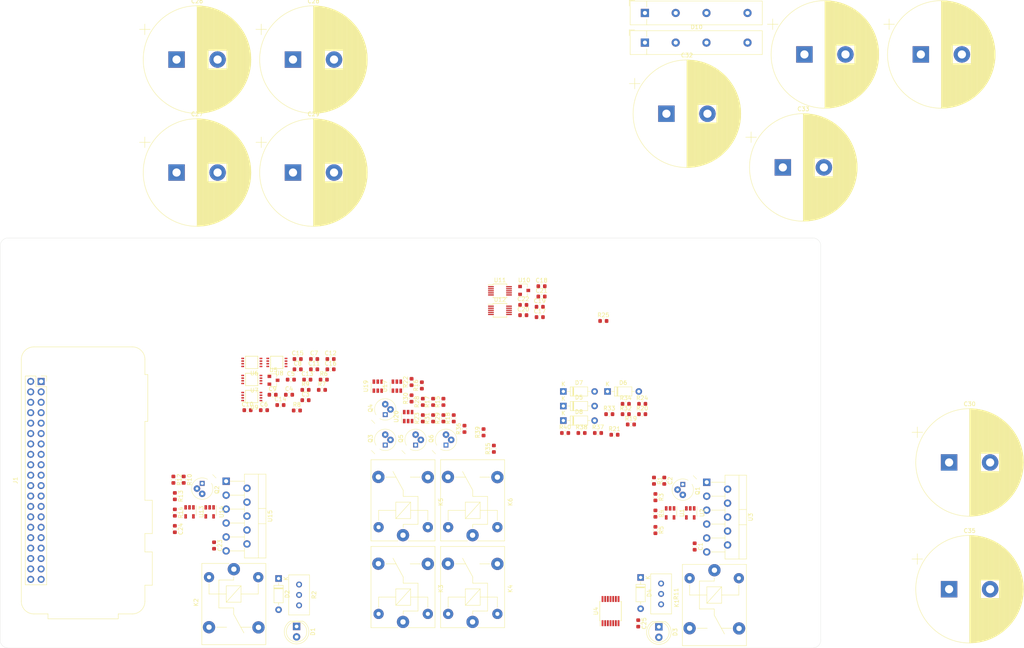
<source format=kicad_pcb>
(kicad_pcb (version 20171130) (host pcbnew "(5.1.5)-3")
  (layers (0 F.Cu signal) (31 B.Cu signal) (34 B.Paste user) (35 F.Paste user) (36 B.SilkS user) (37 F.SilkS user) (38 B.Mask user) (39 F.Mask user) (44 Edge.Cuts user))
  (net 0 "")
  (net 1 GND)
  (net 2 +5C)
  (net 3 "/Digital to Analog/~CLR_1")
  (net 4 "/Digital to Analog/~CLR_0")
  (net 5 +5V)
  (net 6 +4V)
  (net 7 "/Digital to Analog/~CLR_3")
  (net 8 "/Digital to Analog/~CLR_2")
  (net 9 "Net-(C18-Pad1)")
  (net 10 +1V8)
  (net 11 +3V3)
  (net 12 "Net-(D2-Pad2)")
  (net 13 "/Current Measurements/OUT_0+")
  (net 14 "Net-(D4-Pad2)")
  (net 15 "/Current Measurements/OUT_1+")
  (net 16 "Net-(D5-Pad2)")
  (net 17 "Net-(K3-Pad3)")
  (net 18 "Net-(D6-Pad2)")
  (net 19 "Net-(D7-Pad2)")
  (net 20 "Net-(K5-Pad3)")
  (net 21 "Net-(D8-Pad2)")
  (net 22 "Net-(Q1-Pad2)")
  (net 23 "Net-(Q2-Pad2)")
  (net 24 "Net-(Q3-Pad2)")
  (net 25 "Net-(Q4-Pad2)")
  (net 26 "Net-(Q5-Pad2)")
  (net 27 "Net-(Q6-Pad2)")
  (net 28 "Net-(R1-Pad2)")
  (net 29 "Net-(R10-Pad2)")
  (net 30 "Net-(R22-Pad1)")
  (net 31 "Net-(R23-Pad2)")
  (net 32 "Net-(R35-Pad1)")
  (net 33 "Net-(R36-Pad2)")
  (net 34 "Net-(R39-Pad2)")
  (net 35 "/Digital to Analog/DAC_OUT_1")
  (net 36 "/Digital to Analog/DAC_OUT_0")
  (net 37 "/Analog to Digital/MOSI")
  (net 38 "/Analog to Digital/SCK")
  (net 39 "/Digital to Analog/DAC_OUT_3")
  (net 40 "/Digital to Analog/DAC_OUT_2")
  (net 41 "/Analog to Digital/MISO")
  (net 42 "/Analog to Digital/AIN0+")
  (net 43 "/Analog to Digital/AIN1+")
  (net 44 -5V)
  (net 45 "Net-(R38-Pad1)")
  (net 46 "Net-(D1-Pad2)")
  (net 47 "Net-(D3-Pad2)")
  (net 48 "Net-(K2-Pad1)")
  (net 49 "Net-(K4-Pad4)")
  (net 50 "Net-(K4-Pad3)")
  (net 51 "Net-(K6-Pad4)")
  (net 52 "Net-(K6-Pad3)")
  (net 53 "Net-(R3-Pad1)")
  (net 54 "Net-(R12-Pad1)")
  (net 55 "Net-(R37-Pad1)")
  (net 56 "Net-(U3-Pad9)")
  (net 57 "Net-(U15-Pad9)")
  (net 58 +36V)
  (net 59 "Net-(C26-Pad1)")
  (net 60 "Net-(C31-Pad1)")
  (net 61 "Net-(C30-Pad1)")
  (module Capacitor_THT:CP_Radial_D26.0mm_P10.00mm_SnapIn (layer F.Cu) (at 256.25 110.66)
    (fp_text reference C35 (at 5 -14.25) (layer F.SilkS))
    (fp_text value 4700u)
    (pad 2 thru_hole circle (at 10 0) (size 4 4) (drill 2) (layers *.Cu *.Mask) (net 1 GND))
    (pad 1 thru_hole rect (at 0 0) (size 4 4) (drill 2) (layers *.Cu *.Mask))
  )
  (module Capacitor_THT:CP_Radial_D26.0mm_P10.00mm_SnapIn (layer F.Cu) (at 256.25 79.75)
    (fp_text reference C30 (at 5 -14.25) (layer F.SilkS))
    (fp_text value 4700u)
    (pad 2 thru_hole circle (at 10 0) (size 4 4) (drill 2) (layers *.Cu *.Mask) (net 1 GND))
    (pad 1 thru_hole rect (at 0 0) (size 4 4) (drill 2) (layers *.Cu *.Mask) (net 61 "Net-(C30-Pad1)"))
  )
  (module Diode_THT:Diode_Bridge_32.0x5.6x17.0mm_P10.0mm_P7.5mm (layer F.Cu) (at 182.130766 -22.635)
    (fp_text reference D10 (at 12.6 -3.8 180) (layer F.SilkS))
    (fp_text value D_Bridge_+-AA)
    (pad 1 thru_hole rect (at 0 0) (size 2 2) (drill 1) (layers *.Cu *.Mask) (net 60 "Net-(C31-Pad1)"))
    (pad 2 thru_hole circle (at 7.5 0) (size 2 2) (drill 1) (layers *.Cu *.Mask) (net 1 GND))
    (pad 3 thru_hole circle (at 15 0) (size 2 2) (drill 1) (layers *.Cu *.Mask))
    (pad 4 thru_hole circle (at 25 0) (size 2 2) (drill 1) (layers *.Cu *.Mask))
  )
  (module Diode_THT:Diode_Bridge_32.0x5.6x17.0mm_P10.0mm_P7.5mm (layer F.Cu) (at 182.130766 -29.865)
    (fp_text reference D9 (at 12.6 -3.8 180) (layer F.SilkS))
    (fp_text value D_Bridge_+-AA)
    (pad 1 thru_hole rect (at 0 0) (size 2 2) (drill 1) (layers *.Cu *.Mask) (net 59 "Net-(C26-Pad1)"))
    (pad 2 thru_hole circle (at 7.5 0) (size 2 2) (drill 1) (layers *.Cu *.Mask) (net 1 GND))
    (pad 3 thru_hole circle (at 15 0) (size 2 2) (drill 1) (layers *.Cu *.Mask))
    (pad 4 thru_hole circle (at 25 0) (size 2 2) (drill 1) (layers *.Cu *.Mask))
  )
  (module Capacitor_THT:CP_Radial_D26.0mm_P10.00mm_SnapIn (layer F.Cu) (at 249.37 -19.75)
    (fp_text reference C34 (at 5 -14.25) (layer F.SilkS))
    (fp_text value 4700u)
    (pad 2 thru_hole circle (at 10 0) (size 4 4) (drill 2) (layers *.Cu *.Mask) (net 1 GND))
    (pad 1 thru_hole rect (at 0 0) (size 4 4) (drill 2) (layers *.Cu *.Mask) (net 60 "Net-(C31-Pad1)"))
  )
  (module Capacitor_THT:CP_Radial_D26.0mm_P10.00mm_SnapIn (layer F.Cu) (at 215.74 7.8)
    (fp_text reference C33 (at 5 -14.25) (layer F.SilkS))
    (fp_text value 4700u)
    (pad 2 thru_hole circle (at 10 0) (size 4 4) (drill 2) (layers *.Cu *.Mask) (net 1 GND))
    (pad 1 thru_hole rect (at 0 0) (size 4 4) (drill 2) (layers *.Cu *.Mask) (net 60 "Net-(C31-Pad1)"))
  )
  (module Capacitor_THT:CP_Radial_D26.0mm_P10.00mm_SnapIn (layer F.Cu) (at 187.37 -5.29)
    (fp_text reference C32 (at 5 -14.25) (layer F.SilkS))
    (fp_text value 4700u)
    (pad 2 thru_hole circle (at 10 0) (size 4 4) (drill 2) (layers *.Cu *.Mask) (net 1 GND))
    (pad 1 thru_hole rect (at 0 0) (size 4 4) (drill 2) (layers *.Cu *.Mask) (net 60 "Net-(C31-Pad1)"))
  )
  (module Capacitor_THT:CP_Radial_D26.0mm_P10.00mm_SnapIn (layer F.Cu) (at 221 -19.75)
    (fp_text reference C31 (at 5 -14.25) (layer F.SilkS))
    (fp_text value 4700u)
    (pad 2 thru_hole circle (at 10 0) (size 4 4) (drill 2) (layers *.Cu *.Mask) (net 1 GND))
    (pad 1 thru_hole rect (at 0 0) (size 4 4) (drill 2) (layers *.Cu *.Mask) (net 60 "Net-(C31-Pad1)"))
  )
  (module Resistor_SMD:R_0603_1608Metric (layer F.Cu) (at 172 45.25)
    (fp_text reference R25 (at 0 -1.43) (layer F.SilkS))
    (fp_text value "1k 1%")
    (pad 2 smd roundrect (at 0.7875 0) (size 0.875 0.95) (layers F.Cu F.Paste F.Mask) (net 30 "Net-(R22-Pad1)"))
    (pad 1 smd roundrect (at -0.7875 0) (size 0.875 0.95) (layers F.Cu F.Paste F.Mask) (net 1 GND))
  )
  (module Capacitor_THT:CP_Radial_D26.0mm_P10.00mm_SnapIn (layer F.Cu) (at 96.37 9.05)
    (fp_text reference C29 (at 5 -14.25) (layer F.SilkS))
    (fp_text value 4700u)
    (pad 2 thru_hole circle (at 10 0) (size 4 4) (drill 2) (layers *.Cu *.Mask) (net 1 GND))
    (pad 1 thru_hole rect (at 0 0) (size 4 4) (drill 2) (layers *.Cu *.Mask) (net 59 "Net-(C26-Pad1)"))
  )
  (module Capacitor_THT:CP_Radial_D26.0mm_P10.00mm_SnapIn (layer F.Cu) (at 96.37 -18.5)
    (fp_text reference C28 (at 5 -14.25) (layer F.SilkS))
    (fp_text value 4700u)
    (pad 2 thru_hole circle (at 10 0) (size 4 4) (drill 2) (layers *.Cu *.Mask) (net 1 GND))
    (pad 1 thru_hole rect (at 0 0) (size 4 4) (drill 2) (layers *.Cu *.Mask) (net 59 "Net-(C26-Pad1)"))
  )
  (module Capacitor_THT:CP_Radial_D26.0mm_P10.00mm_SnapIn (layer F.Cu) (at 68 9.05)
    (fp_text reference C27 (at 5 -14.25) (layer F.SilkS))
    (fp_text value 4700u)
    (pad 2 thru_hole circle (at 10 0) (size 4 4) (drill 2) (layers *.Cu *.Mask) (net 1 GND))
    (pad 1 thru_hole rect (at 0 0) (size 4 4) (drill 2) (layers *.Cu *.Mask) (net 59 "Net-(C26-Pad1)"))
  )
  (module Capacitor_THT:CP_Radial_D26.0mm_P10.00mm_SnapIn (layer F.Cu) (at 68 -18.5)
    (fp_text reference C26 (at 5 -14.25) (layer F.SilkS))
    (fp_text value 4700u)
    (pad 2 thru_hole circle (at 10 0) (size 4 4) (drill 2) (layers *.Cu *.Mask) (net 1 GND))
    (pad 1 thru_hole rect (at 0 0) (size 4 4) (drill 2) (layers *.Cu *.Mask) (net 59 "Net-(C26-Pad1)"))
  )
  (module Package_SO:TSSOP-14_4.4x5mm_P0.65mm (layer F.Cu) (at 173.75 116 90)
    (fp_text reference U4 (at 0 -3.55 90) (layer F.SilkS))
    (fp_text value 74HCT04)
    (pad 14 smd rect (at 2.95 -1.95 90) (size 1.45 0.45) (layers F.Cu F.Paste F.Mask) (net 2 +5C))
    (pad 13 smd rect (at 2.95 -1.3 90) (size 1.45 0.45) (layers F.Cu F.Paste F.Mask))
    (pad 12 smd rect (at 2.95 -0.65 90) (size 1.45 0.45) (layers F.Cu F.Paste F.Mask))
    (pad 11 smd rect (at 2.95 0 90) (size 1.45 0.45) (layers F.Cu F.Paste F.Mask))
    (pad 10 smd rect (at 2.95 0.65 90) (size 1.45 0.45) (layers F.Cu F.Paste F.Mask))
    (pad 9 smd rect (at 2.95 1.3 90) (size 1.45 0.45) (layers F.Cu F.Paste F.Mask))
    (pad 8 smd rect (at 2.95 1.95 90) (size 1.45 0.45) (layers F.Cu F.Paste F.Mask))
    (pad 7 smd rect (at -2.95 1.95 90) (size 1.45 0.45) (layers F.Cu F.Paste F.Mask) (net 1 GND))
    (pad 6 smd rect (at -2.95 1.3 90) (size 1.45 0.45) (layers F.Cu F.Paste F.Mask))
    (pad 5 smd rect (at -2.95 0.65 90) (size 1.45 0.45) (layers F.Cu F.Paste F.Mask))
    (pad 4 smd rect (at -2.95 0 90) (size 1.45 0.45) (layers F.Cu F.Paste F.Mask) (net 54 "Net-(R12-Pad1)"))
    (pad 3 smd rect (at -2.95 -0.65 90) (size 1.45 0.45) (layers F.Cu F.Paste F.Mask) (net 57 "Net-(U15-Pad9)"))
    (pad 2 smd rect (at -2.95 -1.3 90) (size 1.45 0.45) (layers F.Cu F.Paste F.Mask) (net 53 "Net-(R3-Pad1)"))
    (pad 1 smd rect (at -2.95 -1.95 90) (size 1.45 0.45) (layers F.Cu F.Paste F.Mask) (net 56 "Net-(U3-Pad9)"))
  )
  (module Resistor_SMD:R_0603_1608Metric (layer F.Cu) (at 162.68 72.57)
    (fp_text reference R40 (at 0 -1.43) (layer F.SilkS))
    (fp_text value "3k 1%")
    (pad 2 smd roundrect (at 0.7875 0) (size 0.875 0.95) (layers F.Cu F.Paste F.Mask) (net 34 "Net-(R39-Pad2)"))
    (pad 1 smd roundrect (at -0.7875 0) (size 0.875 0.95) (layers F.Cu F.Paste F.Mask) (net 43 "/Analog to Digital/AIN1+"))
  )
  (module Resistor_SMD:R_0603_1608Metric (layer F.Cu) (at 166.69 72.57)
    (fp_text reference R38 (at 0 -1.43) (layer F.SilkS))
    (fp_text value "2k2 1%")
    (pad 2 smd roundrect (at 0.7875 0) (size 0.875 0.95) (layers F.Cu F.Paste F.Mask) (net 55 "Net-(R37-Pad1)"))
    (pad 1 smd roundrect (at -0.7875 0) (size 0.875 0.95) (layers F.Cu F.Paste F.Mask) (net 45 "Net-(R38-Pad1)"))
  )
  (module Resistor_SMD:R_0603_1608Metric (layer F.Cu) (at 170.7 72.57)
    (fp_text reference R37 (at 0 -1.43) (layer F.SilkS))
    (fp_text value "6k8 1%")
    (pad 2 smd roundrect (at 0.7875 0) (size 0.875 0.95) (layers F.Cu F.Paste F.Mask) (net 33 "Net-(R36-Pad2)"))
    (pad 1 smd roundrect (at -0.7875 0) (size 0.875 0.95) (layers F.Cu F.Paste F.Mask) (net 55 "Net-(R37-Pad1)"))
  )
  (module Resistor_SMD:R_0603_1608Metric (layer F.Cu) (at 177.46 65.47)
    (fp_text reference R34 (at 0 -1.43) (layer F.SilkS))
    (fp_text value "10k 1%")
    (pad 2 smd roundrect (at 0.7875 0) (size 0.875 0.95) (layers F.Cu F.Paste F.Mask) (net 52 "Net-(K6-Pad3)"))
    (pad 1 smd roundrect (at -0.7875 0) (size 0.875 0.95) (layers F.Cu F.Paste F.Mask) (net 1 GND))
  )
  (module Resistor_SMD:R_0603_1608Metric (layer F.Cu) (at 173.45 67.98)
    (fp_text reference R33 (at 0 -1.43) (layer F.SilkS))
    (fp_text value "5R 1%")
    (pad 2 smd roundrect (at 0.7875 0) (size 0.875 0.95) (layers F.Cu F.Paste F.Mask) (net 51 "Net-(K6-Pad4)"))
    (pad 1 smd roundrect (at -0.7875 0) (size 0.875 0.95) (layers F.Cu F.Paste F.Mask) (net 1 GND))
  )
  (module Resistor_SMD:R_0603_1608Metric (layer F.Cu) (at 177.46 67.98)
    (fp_text reference R32 (at 0 -1.43) (layer F.SilkS))
    (fp_text value "100m 1%")
    (pad 2 smd roundrect (at 0.7875 0) (size 0.875 0.95) (layers F.Cu F.Paste F.Mask) (net 20 "Net-(K5-Pad3)"))
    (pad 1 smd roundrect (at -0.7875 0) (size 0.875 0.95) (layers F.Cu F.Paste F.Mask) (net 1 GND))
  )
  (module Resistor_SMD:R_0603_1608Metric (layer F.Cu) (at 181.47 65.47)
    (fp_text reference R24 (at 0 -1.43) (layer F.SilkS))
    (fp_text value "33k 1%")
    (pad 2 smd roundrect (at 0.7875 0) (size 0.875 0.95) (layers F.Cu F.Paste F.Mask) (net 31 "Net-(R23-Pad2)"))
    (pad 1 smd roundrect (at -0.7875 0) (size 0.875 0.95) (layers F.Cu F.Paste F.Mask))
  )
  (module Resistor_SMD:R_0603_1608Metric (layer F.Cu) (at 174.71 73)
    (fp_text reference R21 (at 0 -1.43) (layer F.SilkS))
    (fp_text value "10k 1%")
    (pad 2 smd roundrect (at 0.7875 0) (size 0.875 0.95) (layers F.Cu F.Paste F.Mask) (net 50 "Net-(K4-Pad3)"))
    (pad 1 smd roundrect (at -0.7875 0) (size 0.875 0.95) (layers F.Cu F.Paste F.Mask) (net 1 GND))
  )
  (module Resistor_SMD:R_0603_1608Metric (layer F.Cu) (at 181.47 67.98)
    (fp_text reference R20 (at 0 -1.43) (layer F.SilkS))
    (fp_text value "5R 1%")
    (pad 2 smd roundrect (at 0.7875 0) (size 0.875 0.95) (layers F.Cu F.Paste F.Mask) (net 49 "Net-(K4-Pad4)"))
    (pad 1 smd roundrect (at -0.7875 0) (size 0.875 0.95) (layers F.Cu F.Paste F.Mask) (net 1 GND))
  )
  (module Resistor_SMD:R_0603_1608Metric (layer F.Cu) (at 178.72 70.49)
    (fp_text reference R19 (at 0 -1.43) (layer F.SilkS))
    (fp_text value "100m 1%")
    (pad 2 smd roundrect (at 0.7875 0) (size 0.875 0.95) (layers F.Cu F.Paste F.Mask) (net 17 "Net-(K3-Pad3)"))
    (pad 1 smd roundrect (at -0.7875 0) (size 0.875 0.95) (layers F.Cu F.Paste F.Mask) (net 1 GND))
  )
  (module Potentiometer_THT:Potentiometer_Bourns_3296W_Vertical (layer F.Cu) (at 186.08 114.35 270)
    (fp_text reference R11 (at -2.54 -3.66 90) (layer F.SilkS))
    (fp_text value "10k POT")
    (pad 3 thru_hole circle (at -5.08 0 270) (size 1.44 1.44) (drill 0.8) (layers *.Cu *.Mask))
    (pad 2 thru_hole circle (at -2.54 0 270) (size 1.44 1.44) (drill 0.8) (layers *.Cu *.Mask) (net 48 "Net-(K2-Pad1)"))
    (pad 1 thru_hole circle (at 0 0 270) (size 1.44 1.44) (drill 0.8) (layers *.Cu *.Mask) (net 29 "Net-(R10-Pad2)"))
  )
  (module Potentiometer_THT:Potentiometer_Bourns_3296W_Vertical (layer F.Cu) (at 97.86 114.6 270)
    (fp_text reference R2 (at -2.54 -3.66 90) (layer F.SilkS))
    (fp_text value "10k POT")
    (pad 3 thru_hole circle (at -5.08 0 270) (size 1.44 1.44) (drill 0.8) (layers *.Cu *.Mask))
    (pad 2 thru_hole circle (at -2.54 0 270) (size 1.44 1.44) (drill 0.8) (layers *.Cu *.Mask) (net 61 "Net-(C30-Pad1)"))
    (pad 1 thru_hole circle (at 0 0 270) (size 1.44 1.44) (drill 0.8) (layers *.Cu *.Mask) (net 28 "Net-(R1-Pad2)"))
  )
  (module Diode_THT:D_DO-35_SOD27_P7.62mm_Horizontal (layer F.Cu) (at 162.25 69.54)
    (fp_text reference D8 (at 3.81 -2.12) (layer F.SilkS))
    (fp_text value D_Zener)
    (fp_text user K (at 0 -1.8) (layer F.SilkS))
    (pad 2 thru_hole oval (at 7.62 0) (size 1.6 1.6) (drill 0.8) (layers *.Cu *.Mask) (net 21 "Net-(D8-Pad2)"))
    (pad 1 thru_hole rect (at 0 0) (size 1.6 1.6) (drill 0.8) (layers *.Cu *.Mask) (net 5 +5V))
  )
  (module Diode_THT:D_DO-35_SOD27_P7.62mm_Horizontal (layer F.Cu) (at 162.25 62.44)
    (fp_text reference D7 (at 3.81 -2.12) (layer F.SilkS))
    (fp_text value D_Zener)
    (fp_text user K (at 0 -1.8) (layer F.SilkS))
    (pad 2 thru_hole oval (at 7.62 0) (size 1.6 1.6) (drill 0.8) (layers *.Cu *.Mask) (net 19 "Net-(D7-Pad2)"))
    (pad 1 thru_hole rect (at 0 0) (size 1.6 1.6) (drill 0.8) (layers *.Cu *.Mask) (net 5 +5V))
  )
  (module Diode_THT:D_DO-35_SOD27_P7.62mm_Horizontal (layer F.Cu) (at 173.02 62.44)
    (fp_text reference D6 (at 3.81 -2.12) (layer F.SilkS))
    (fp_text value D_Zener)
    (fp_text user K (at 0 -1.8) (layer F.SilkS))
    (pad 2 thru_hole oval (at 7.62 0) (size 1.6 1.6) (drill 0.8) (layers *.Cu *.Mask) (net 18 "Net-(D6-Pad2)"))
    (pad 1 thru_hole rect (at 0 0) (size 1.6 1.6) (drill 0.8) (layers *.Cu *.Mask) (net 5 +5V))
  )
  (module Diode_THT:D_DO-35_SOD27_P7.62mm_Horizontal (layer F.Cu) (at 162.25 65.99)
    (fp_text reference D5 (at 3.81 -2.12) (layer F.SilkS))
    (fp_text value D_Zener)
    (fp_text user K (at 0 -1.8) (layer F.SilkS))
    (pad 2 thru_hole oval (at 7.62 0) (size 1.6 1.6) (drill 0.8) (layers *.Cu *.Mask) (net 16 "Net-(D5-Pad2)"))
    (pad 1 thru_hole rect (at 0 0) (size 1.6 1.6) (drill 0.8) (layers *.Cu *.Mask) (net 5 +5V))
  )
  (module Diode_THT:D_DO-35_SOD27_P7.62mm_Horizontal (layer F.Cu) (at 181.08 107.8 270)
    (fp_text reference D4 (at 3.81 -2.12 90) (layer F.SilkS))
    (fp_text value D_Zener)
    (fp_text user K (at 0 -1.8 90) (layer F.SilkS))
    (pad 2 thru_hole oval (at 7.62 0 270) (size 1.6 1.6) (drill 0.8) (layers *.Cu *.Mask) (net 14 "Net-(D4-Pad2)"))
    (pad 1 thru_hole rect (at 0 0 270) (size 1.6 1.6) (drill 0.8) (layers *.Cu *.Mask) (net 5 +5V))
  )
  (module LED_THT:LED_D5.0mm (layer F.Cu) (at 185.53 119.85 270)
    (fp_text reference D3 (at 1.27 -3.96 90) (layer F.SilkS))
    (fp_text value TEMP_LED)
    (pad 2 thru_hole circle (at 2.54 0 270) (size 1.8 1.8) (drill 0.9) (layers *.Cu *.Mask) (net 47 "Net-(D3-Pad2)"))
    (pad 1 thru_hole rect (at 0 0 270) (size 1.8 1.8) (drill 0.9) (layers *.Cu *.Mask) (net 1 GND))
  )
  (module Diode_THT:D_DO-35_SOD27_P7.62mm_Horizontal (layer F.Cu) (at 92.86 108.05 270)
    (fp_text reference D2 (at 3.81 -2.12 90) (layer F.SilkS))
    (fp_text value D_Zener)
    (fp_text user K (at 0 -1.8 90) (layer F.SilkS))
    (pad 2 thru_hole oval (at 7.62 0 270) (size 1.6 1.6) (drill 0.8) (layers *.Cu *.Mask) (net 12 "Net-(D2-Pad2)"))
    (pad 1 thru_hole rect (at 0 0 270) (size 1.6 1.6) (drill 0.8) (layers *.Cu *.Mask) (net 5 +5V))
  )
  (module LED_THT:LED_D5.0mm (layer F.Cu) (at 97.25 119.75 270)
    (fp_text reference D1 (at 1.27 -3.96 90) (layer F.SilkS))
    (fp_text value TEMP_LED)
    (pad 2 thru_hole circle (at 2.54 0 270) (size 1.8 1.8) (drill 0.9) (layers *.Cu *.Mask) (net 46 "Net-(D1-Pad2)"))
    (pad 1 thru_hole rect (at 0 0 270) (size 1.8 1.8) (drill 0.9) (layers *.Cu *.Mask) (net 1 GND))
  )
  (module Capacitor_SMD:C_0603_1608Metric (layer F.Cu) (at 180.5 119 270)
    (fp_text reference C25 (at 0 -1.43 90) (layer F.SilkS))
    (fp_text value 100n)
    (pad 2 smd roundrect (at 0.7875 0 270) (size 0.875 0.95) (layers F.Cu F.Paste F.Mask) (net 1 GND))
    (pad 1 smd roundrect (at -0.7875 0 270) (size 0.875 0.95) (layers F.Cu F.Paste F.Mask) (net 2 +5C))
  )
  (module Module:Raspberry_Pi_Zero_Socketed_THT_FaceDown_MountingHoles (layer F.Cu) (at 35 60)
    (fp_text reference J1 (at -6.27 24.13 90) (layer F.SilkS))
    (fp_text value Raspberry_Pi_2_3)
    (pad "" np_thru_hole circle (at -1.27 53.13 90) (size 2.75 2.75) (drill 2.75) (layers *.Cu *.Mask))
    (pad "" np_thru_hole circle (at 21.73 -4.87 90) (size 2.75 2.75) (drill 2.75) (layers *.Cu *.Mask))
    (pad "" np_thru_hole circle (at 21.73 53.13 90) (size 2.75 2.75) (drill 2.75) (layers *.Cu *.Mask))
    (pad "" np_thru_hole circle (at -1.27 -4.87 90) (size 2.75 2.75) (drill 2.75) (layers *.Cu *.Mask))
    (pad 40 thru_hole oval (at -2.54 48.26) (size 1.7 1.7) (drill 1) (layers *.Cu *.Mask))
    (pad 39 thru_hole oval (at 0 48.26) (size 1.7 1.7) (drill 1) (layers *.Cu *.Mask) (net 1 GND))
    (pad 26 thru_hole oval (at -2.54 30.48) (size 1.7 1.7) (drill 1) (layers *.Cu *.Mask))
    (pad 25 thru_hole oval (at 0 30.48) (size 1.7 1.7) (drill 1) (layers *.Cu *.Mask) (net 1 GND))
    (pad 22 thru_hole oval (at -2.54 25.4) (size 1.7 1.7) (drill 1) (layers *.Cu *.Mask))
    (pad 21 thru_hole oval (at 0 25.4) (size 1.7 1.7) (drill 1) (layers *.Cu *.Mask))
    (pad 30 thru_hole oval (at -2.54 35.56) (size 1.7 1.7) (drill 1) (layers *.Cu *.Mask) (net 1 GND))
    (pad 29 thru_hole oval (at 0 35.56) (size 1.7 1.7) (drill 1) (layers *.Cu *.Mask))
    (pad 8 thru_hole oval (at -2.54 7.62) (size 1.7 1.7) (drill 1) (layers *.Cu *.Mask))
    (pad 7 thru_hole oval (at 0 7.62) (size 1.7 1.7) (drill 1) (layers *.Cu *.Mask))
    (pad 32 thru_hole oval (at -2.54 38.1) (size 1.7 1.7) (drill 1) (layers *.Cu *.Mask))
    (pad 31 thru_hole oval (at 0 38.1) (size 1.7 1.7) (drill 1) (layers *.Cu *.Mask))
    (pad 18 thru_hole oval (at -2.54 20.32) (size 1.7 1.7) (drill 1) (layers *.Cu *.Mask))
    (pad 17 thru_hole oval (at 0 20.32) (size 1.7 1.7) (drill 1) (layers *.Cu *.Mask))
    (pad 36 thru_hole oval (at -2.54 43.18) (size 1.7 1.7) (drill 1) (layers *.Cu *.Mask))
    (pad 35 thru_hole oval (at 0 43.18) (size 1.7 1.7) (drill 1) (layers *.Cu *.Mask))
    (pad 34 thru_hole oval (at -2.54 40.64) (size 1.7 1.7) (drill 1) (layers *.Cu *.Mask) (net 1 GND))
    (pad 33 thru_hole oval (at 0 40.64) (size 1.7 1.7) (drill 1) (layers *.Cu *.Mask))
    (pad 38 thru_hole oval (at -2.54 45.72) (size 1.7 1.7) (drill 1) (layers *.Cu *.Mask))
    (pad 37 thru_hole oval (at 0 45.72) (size 1.7 1.7) (drill 1) (layers *.Cu *.Mask))
    (pad 20 thru_hole oval (at -2.54 22.86) (size 1.7 1.7) (drill 1) (layers *.Cu *.Mask) (net 1 GND))
    (pad 19 thru_hole oval (at 0 22.86) (size 1.7 1.7) (drill 1) (layers *.Cu *.Mask))
    (pad 10 thru_hole oval (at -2.54 10.16) (size 1.7 1.7) (drill 1) (layers *.Cu *.Mask))
    (pad 9 thru_hole oval (at 0 10.16) (size 1.7 1.7) (drill 1) (layers *.Cu *.Mask) (net 1 GND))
    (pad 14 thru_hole oval (at -2.54 15.24) (size 1.7 1.7) (drill 1) (layers *.Cu *.Mask) (net 1 GND))
    (pad 13 thru_hole oval (at 0 15.24) (size 1.7 1.7) (drill 1) (layers *.Cu *.Mask))
    (pad 28 thru_hole oval (at -2.54 33.02) (size 1.7 1.7) (drill 1) (layers *.Cu *.Mask))
    (pad 27 thru_hole oval (at 0 33.02) (size 1.7 1.7) (drill 1) (layers *.Cu *.Mask))
    (pad 12 thru_hole oval (at -2.54 12.7) (size 1.7 1.7) (drill 1) (layers *.Cu *.Mask))
    (pad 11 thru_hole oval (at 0 12.7) (size 1.7 1.7) (drill 1) (layers *.Cu *.Mask))
    (pad 24 thru_hole oval (at -2.54 27.94) (size 1.7 1.7) (drill 1) (layers *.Cu *.Mask))
    (pad 23 thru_hole oval (at 0 27.94) (size 1.7 1.7) (drill 1) (layers *.Cu *.Mask))
    (pad 1 thru_hole rect (at 0 0) (size 1.7 1.7) (drill 1) (layers *.Cu *.Mask))
    (pad 2 thru_hole oval (at -2.54 0) (size 1.7 1.7) (drill 1) (layers *.Cu *.Mask))
    (pad 5 thru_hole oval (at 0 5.08) (size 1.7 1.7) (drill 1) (layers *.Cu *.Mask))
    (pad 4 thru_hole oval (at -2.54 2.54) (size 1.7 1.7) (drill 1) (layers *.Cu *.Mask))
    (pad 16 thru_hole oval (at -2.54 17.78) (size 1.7 1.7) (drill 1) (layers *.Cu *.Mask))
    (pad 15 thru_hole oval (at 0 17.78) (size 1.7 1.7) (drill 1) (layers *.Cu *.Mask))
    (pad 3 thru_hole oval (at 0 2.54) (size 1.7 1.7) (drill 1) (layers *.Cu *.Mask))
    (pad 6 thru_hole oval (at -2.54 5.08) (size 1.7 1.7) (drill 1) (layers *.Cu *.Mask) (net 1 GND))
  )
  (module Package_TO_SOT_SMD:SOT-23-6 (layer F.Cu) (at 124.43 68.57 90)
    (fp_text reference U20 (at 0 -2.9 90) (layer F.SilkS))
    (fp_text value MAX4239AUT)
    (pad 5 smd rect (at 1.1 0 90) (size 1.06 0.65) (layers F.Cu F.Paste F.Mask))
    (pad 6 smd rect (at 1.1 -0.95 90) (size 1.06 0.65) (layers F.Cu F.Paste F.Mask) (net 2 +5C))
    (pad 4 smd rect (at 1.1 0.95 90) (size 1.06 0.65) (layers F.Cu F.Paste F.Mask) (net 34 "Net-(R39-Pad2)"))
    (pad 3 smd rect (at -1.1 0.95 90) (size 1.06 0.65) (layers F.Cu F.Paste F.Mask) (net 45 "Net-(R38-Pad1)"))
    (pad 2 smd rect (at -1.1 0 90) (size 1.06 0.65) (layers F.Cu F.Paste F.Mask) (net 44 -5V))
    (pad 1 smd rect (at -1.1 -0.95 90) (size 1.06 0.65) (layers F.Cu F.Paste F.Mask) (net 43 "/Analog to Digital/AIN1+"))
  )
  (module Package_TO_SOT_SMD:SOT-23-6 (layer F.Cu) (at 117.03 61.15 90)
    (fp_text reference U19 (at 0 -2.9 90) (layer F.SilkS))
    (fp_text value MAX4239AUT)
    (pad 5 smd rect (at 1.1 0 90) (size 1.06 0.65) (layers F.Cu F.Paste F.Mask))
    (pad 6 smd rect (at 1.1 -0.95 90) (size 1.06 0.65) (layers F.Cu F.Paste F.Mask) (net 2 +5C))
    (pad 4 smd rect (at 1.1 0.95 90) (size 1.06 0.65) (layers F.Cu F.Paste F.Mask) (net 33 "Net-(R36-Pad2)"))
    (pad 3 smd rect (at -1.1 0.95 90) (size 1.06 0.65) (layers F.Cu F.Paste F.Mask) (net 32 "Net-(R35-Pad1)"))
    (pad 2 smd rect (at -1.1 0 90) (size 1.06 0.65) (layers F.Cu F.Paste F.Mask) (net 44 -5V))
    (pad 1 smd rect (at -1.1 -0.95 90) (size 1.06 0.65) (layers F.Cu F.Paste F.Mask) (net 45 "Net-(R38-Pad1)"))
  )
  (module Package_TO_SOT_SMD:SOT-23-6 (layer F.Cu) (at 121.68 61.15 90)
    (fp_text reference U17 (at 0 -2.9 90) (layer F.SilkS))
    (fp_text value MAX4239AUT)
    (pad 5 smd rect (at 1.1 0 90) (size 1.06 0.65) (layers F.Cu F.Paste F.Mask))
    (pad 6 smd rect (at 1.1 -0.95 90) (size 1.06 0.65) (layers F.Cu F.Paste F.Mask) (net 2 +5C))
    (pad 4 smd rect (at 1.1 0.95 90) (size 1.06 0.65) (layers F.Cu F.Paste F.Mask) (net 31 "Net-(R23-Pad2)"))
    (pad 3 smd rect (at -1.1 0.95 90) (size 1.06 0.65) (layers F.Cu F.Paste F.Mask) (net 30 "Net-(R22-Pad1)"))
    (pad 2 smd rect (at -1.1 0 90) (size 1.06 0.65) (layers F.Cu F.Paste F.Mask) (net 1 GND))
    (pad 1 smd rect (at -1.1 -0.95 90) (size 1.06 0.65) (layers F.Cu F.Paste F.Mask) (net 42 "/Analog to Digital/AIN0+"))
  )
  (module Package_TO_SOT_THT:TO-220-11_P3.4x5.08mm_StaggerOdd_Lead4.85mm_Vertical (layer F.Cu) (at 80.08 84.33 270)
    (fp_text reference U15 (at 8.5 -10.7 90) (layer F.SilkS))
    (fp_text value OPA549)
    (pad 11 thru_hole oval (at 17 0 270) (size 1.8 1.8) (drill 1) (layers *.Cu *.Mask) (net 58 +36V))
    (pad 10 thru_hole oval (at 15.3 -5.08 270) (size 1.8 1.8) (drill 1) (layers *.Cu *.Mask) (net 58 +36V))
    (pad 9 thru_hole oval (at 13.6 0 270) (size 1.8 1.8) (drill 1) (layers *.Cu *.Mask) (net 57 "Net-(U15-Pad9)"))
    (pad 8 thru_hole oval (at 11.9 -5.08 270) (size 1.8 1.8) (drill 1) (layers *.Cu *.Mask) (net 40 "/Digital to Analog/DAC_OUT_2"))
    (pad 7 thru_hole oval (at 10.2 0 270) (size 1.8 1.8) (drill 1) (layers *.Cu *.Mask) (net 1 GND))
    (pad 6 thru_hole oval (at 8.5 -5.08 270) (size 1.8 1.8) (drill 1) (layers *.Cu *.Mask) (net 1 GND))
    (pad 5 thru_hole oval (at 6.8 0 270) (size 1.8 1.8) (drill 1) (layers *.Cu *.Mask) (net 1 GND))
    (pad 4 thru_hole oval (at 5.1 -5.08 270) (size 1.8 1.8) (drill 1) (layers *.Cu *.Mask) (net 39 "/Digital to Analog/DAC_OUT_3"))
    (pad 3 thru_hole oval (at 3.4 0 270) (size 1.8 1.8) (drill 1) (layers *.Cu *.Mask) (net 29 "Net-(R10-Pad2)"))
    (pad 2 thru_hole oval (at 1.7 -5.08 270) (size 1.8 1.8) (drill 1) (layers *.Cu *.Mask) (net 48 "Net-(K2-Pad1)"))
    (pad 1 thru_hole rect (at 0 0 270) (size 1.8 1.8) (drill 1) (layers *.Cu *.Mask) (net 48 "Net-(K2-Pad1)"))
  )
  (module Package_TO_SOT_SMD:SOT-23-5 (layer F.Cu) (at 76.07 91.8 270)
    (fp_text reference U14 (at 0 -2.9 90) (layer F.SilkS))
    (fp_text value LMV321)
    (pad 5 smd rect (at 1.1 -0.95 270) (size 1.06 0.65) (layers F.Cu F.Paste F.Mask) (net 2 +5C))
    (pad 4 smd rect (at 1.1 0.95 270) (size 1.06 0.65) (layers F.Cu F.Paste F.Mask) (net 40 "/Digital to Analog/DAC_OUT_2"))
    (pad 3 smd rect (at -1.1 0.95 270) (size 1.06 0.65) (layers F.Cu F.Paste F.Mask) (net 40 "/Digital to Analog/DAC_OUT_2"))
    (pad 2 smd rect (at -1.1 0 270) (size 1.06 0.65) (layers F.Cu F.Paste F.Mask) (net 1 GND))
    (pad 1 smd rect (at -1.1 -0.95 270) (size 1.06 0.65) (layers F.Cu F.Paste F.Mask) (net 1 GND))
  )
  (module Package_TO_SOT_SMD:SOT-23-5 (layer F.Cu) (at 71.16 91.8 270)
    (fp_text reference U13 (at 0 -2.9 90) (layer F.SilkS))
    (fp_text value LMV321)
    (pad 5 smd rect (at 1.1 -0.95 270) (size 1.06 0.65) (layers F.Cu F.Paste F.Mask) (net 2 +5C))
    (pad 4 smd rect (at 1.1 0.95 270) (size 1.06 0.65) (layers F.Cu F.Paste F.Mask) (net 39 "/Digital to Analog/DAC_OUT_3"))
    (pad 3 smd rect (at -1.1 0.95 270) (size 1.06 0.65) (layers F.Cu F.Paste F.Mask) (net 39 "/Digital to Analog/DAC_OUT_3"))
    (pad 2 smd rect (at -1.1 0 270) (size 1.06 0.65) (layers F.Cu F.Paste F.Mask) (net 1 GND))
    (pad 1 smd rect (at -1.1 -0.95 270) (size 1.06 0.65) (layers F.Cu F.Paste F.Mask) (net 1 GND))
  )
  (module Package_SO:MSOP-10_3x3mm_P0.5mm (layer F.Cu) (at 146.81 42.65)
    (fp_text reference U12 (at 0 -2.6) (layer F.SilkS))
    (fp_text value MCP3301)
    (pad 10 smd rect (at 2.2 -1) (size 1.4 0.3) (layers F.Cu F.Paste F.Mask) (net 11 +3V3))
    (pad 9 smd rect (at 2.2 -0.5) (size 1.4 0.3) (layers F.Cu F.Paste F.Mask) (net 37 "/Analog to Digital/MOSI"))
    (pad 8 smd rect (at 2.2 0) (size 1.4 0.3) (layers F.Cu F.Paste F.Mask) (net 38 "/Analog to Digital/SCK"))
    (pad 7 smd rect (at 2.2 0.5) (size 1.4 0.3) (layers F.Cu F.Paste F.Mask) (net 41 "/Analog to Digital/MISO"))
    (pad 6 smd rect (at 2.2 1) (size 1.4 0.3) (layers F.Cu F.Paste F.Mask))
    (pad 5 smd rect (at -2.2 1) (size 1.4 0.3) (layers F.Cu F.Paste F.Mask) (net 1 GND))
    (pad 4 smd rect (at -2.2 0.5) (size 1.4 0.3) (layers F.Cu F.Paste F.Mask) (net 1 GND))
    (pad 3 smd rect (at -2.2 0) (size 1.4 0.3) (layers F.Cu F.Paste F.Mask) (net 43 "/Analog to Digital/AIN1+"))
    (pad 2 smd rect (at -2.2 -0.5) (size 1.4 0.3) (layers F.Cu F.Paste F.Mask) (net 10 +1V8))
    (pad 1 smd rect (at -2.2 -1) (size 1.4 0.3) (layers F.Cu F.Paste F.Mask) (net 9 "Net-(C18-Pad1)"))
  )
  (module Package_SO:MSOP-10_3x3mm_P0.5mm (layer F.Cu) (at 146.81 37.9)
    (fp_text reference U11 (at 0 -2.6) (layer F.SilkS))
    (fp_text value MCP3301)
    (pad 10 smd rect (at 2.2 -1) (size 1.4 0.3) (layers F.Cu F.Paste F.Mask) (net 11 +3V3))
    (pad 9 smd rect (at 2.2 -0.5) (size 1.4 0.3) (layers F.Cu F.Paste F.Mask) (net 37 "/Analog to Digital/MOSI"))
    (pad 8 smd rect (at 2.2 0) (size 1.4 0.3) (layers F.Cu F.Paste F.Mask) (net 38 "/Analog to Digital/SCK"))
    (pad 7 smd rect (at 2.2 0.5) (size 1.4 0.3) (layers F.Cu F.Paste F.Mask) (net 41 "/Analog to Digital/MISO"))
    (pad 6 smd rect (at 2.2 1) (size 1.4 0.3) (layers F.Cu F.Paste F.Mask))
    (pad 5 smd rect (at -2.2 1) (size 1.4 0.3) (layers F.Cu F.Paste F.Mask) (net 1 GND))
    (pad 4 smd rect (at -2.2 0.5) (size 1.4 0.3) (layers F.Cu F.Paste F.Mask) (net 1 GND))
    (pad 3 smd rect (at -2.2 0) (size 1.4 0.3) (layers F.Cu F.Paste F.Mask) (net 42 "/Analog to Digital/AIN0+"))
    (pad 2 smd rect (at -2.2 -0.5) (size 1.4 0.3) (layers F.Cu F.Paste F.Mask) (net 10 +1V8))
    (pad 1 smd rect (at -2.2 -1) (size 1.4 0.3) (layers F.Cu F.Paste F.Mask) (net 9 "Net-(C18-Pad1)"))
  )
  (module Package_TO_SOT_SMD:SOT-23 (layer F.Cu) (at 152.71 37.8)
    (fp_text reference U10 (at 0 -2.5) (layer F.SilkS))
    (fp_text value MCP1525-TT)
    (pad 3 smd rect (at 1 0) (size 0.9 0.8) (layers F.Cu F.Paste F.Mask) (net 1 GND))
    (pad 2 smd rect (at -1 0.95) (size 0.9 0.8) (layers F.Cu F.Paste F.Mask) (net 9 "Net-(C18-Pad1)"))
    (pad 1 smd rect (at -1 -0.95) (size 0.9 0.8) (layers F.Cu F.Paste F.Mask) (net 5 +5V))
  )
  (module athir:uMAX8 (layer F.Cu) (at 86.334999 63.67)
    (fp_text reference U9 (at 0.61 2.63) (layer F.SilkS))
    (fp_text value MAX5216)
    (pad 1 smd rect (at -2.22 -0.97) (size 0.66 0.36) (layers F.Cu F.Paste F.Mask) (net 6 +4V))
    (pad 2 smd rect (at -2.22 -0.32) (size 0.66 0.36) (layers F.Cu F.Paste F.Mask))
    (pad 4 smd rect (at -2.22 0.98) (size 0.66 0.36) (layers F.Cu F.Paste F.Mask) (net 37 "/Analog to Digital/MOSI"))
    (pad 3 smd rect (at -2.22 0.325) (size 0.66 0.36) (layers F.Cu F.Paste F.Mask) (net 38 "/Analog to Digital/SCK"))
    (pad 6 smd rect (at 2.23 0.335) (size 0.66 0.36) (layers F.Cu F.Paste F.Mask) (net 40 "/Digital to Analog/DAC_OUT_2"))
    (pad 5 smd rect (at 2.23 0.99) (size 0.66 0.36) (layers F.Cu F.Paste F.Mask) (net 8 "/Digital to Analog/~CLR_2"))
    (pad 7 smd rect (at 2.23 -0.31) (size 0.66 0.36) (layers F.Cu F.Paste F.Mask) (net 2 +5C))
    (pad 8 smd rect (at 2.23 -0.96) (size 0.66 0.36) (layers F.Cu F.Paste F.Mask) (net 1 GND))
  )
  (module athir:uMAX8 (layer F.Cu) (at 92.444999 55.35)
    (fp_text reference U8 (at 0.61 2.63) (layer F.SilkS))
    (fp_text value MAX5216)
    (pad 1 smd rect (at -2.22 -0.97) (size 0.66 0.36) (layers F.Cu F.Paste F.Mask) (net 6 +4V))
    (pad 2 smd rect (at -2.22 -0.32) (size 0.66 0.36) (layers F.Cu F.Paste F.Mask))
    (pad 4 smd rect (at -2.22 0.98) (size 0.66 0.36) (layers F.Cu F.Paste F.Mask) (net 37 "/Analog to Digital/MOSI"))
    (pad 3 smd rect (at -2.22 0.325) (size 0.66 0.36) (layers F.Cu F.Paste F.Mask) (net 38 "/Analog to Digital/SCK"))
    (pad 6 smd rect (at 2.23 0.335) (size 0.66 0.36) (layers F.Cu F.Paste F.Mask) (net 39 "/Digital to Analog/DAC_OUT_3"))
    (pad 5 smd rect (at 2.23 0.99) (size 0.66 0.36) (layers F.Cu F.Paste F.Mask) (net 7 "/Digital to Analog/~CLR_3"))
    (pad 7 smd rect (at 2.23 -0.31) (size 0.66 0.36) (layers F.Cu F.Paste F.Mask) (net 2 +5C))
    (pad 8 smd rect (at 2.23 -0.96) (size 0.66 0.36) (layers F.Cu F.Paste F.Mask) (net 1 GND))
  )
  (module athir:uMAX8 (layer F.Cu) (at 86.334999 59.51)
    (fp_text reference U7 (at 0.61 2.63) (layer F.SilkS))
    (fp_text value MAX5216)
    (pad 1 smd rect (at -2.22 -0.97) (size 0.66 0.36) (layers F.Cu F.Paste F.Mask) (net 6 +4V))
    (pad 2 smd rect (at -2.22 -0.32) (size 0.66 0.36) (layers F.Cu F.Paste F.Mask))
    (pad 4 smd rect (at -2.22 0.98) (size 0.66 0.36) (layers F.Cu F.Paste F.Mask) (net 37 "/Analog to Digital/MOSI"))
    (pad 3 smd rect (at -2.22 0.325) (size 0.66 0.36) (layers F.Cu F.Paste F.Mask) (net 38 "/Analog to Digital/SCK"))
    (pad 6 smd rect (at 2.23 0.335) (size 0.66 0.36) (layers F.Cu F.Paste F.Mask) (net 36 "/Digital to Analog/DAC_OUT_0"))
    (pad 5 smd rect (at 2.23 0.99) (size 0.66 0.36) (layers F.Cu F.Paste F.Mask) (net 4 "/Digital to Analog/~CLR_0"))
    (pad 7 smd rect (at 2.23 -0.31) (size 0.66 0.36) (layers F.Cu F.Paste F.Mask) (net 2 +5C))
    (pad 8 smd rect (at 2.23 -0.96) (size 0.66 0.36) (layers F.Cu F.Paste F.Mask) (net 1 GND))
  )
  (module athir:uMAX8 (layer F.Cu) (at 86.334999 55.35)
    (fp_text reference U6 (at 0.61 2.63) (layer F.SilkS))
    (fp_text value MAX5216)
    (pad 1 smd rect (at -2.22 -0.97) (size 0.66 0.36) (layers F.Cu F.Paste F.Mask) (net 6 +4V))
    (pad 2 smd rect (at -2.22 -0.32) (size 0.66 0.36) (layers F.Cu F.Paste F.Mask))
    (pad 4 smd rect (at -2.22 0.98) (size 0.66 0.36) (layers F.Cu F.Paste F.Mask) (net 37 "/Analog to Digital/MOSI"))
    (pad 3 smd rect (at -2.22 0.325) (size 0.66 0.36) (layers F.Cu F.Paste F.Mask) (net 38 "/Analog to Digital/SCK"))
    (pad 6 smd rect (at 2.23 0.335) (size 0.66 0.36) (layers F.Cu F.Paste F.Mask) (net 35 "/Digital to Analog/DAC_OUT_1"))
    (pad 5 smd rect (at 2.23 0.99) (size 0.66 0.36) (layers F.Cu F.Paste F.Mask) (net 3 "/Digital to Analog/~CLR_1"))
    (pad 7 smd rect (at 2.23 -0.31) (size 0.66 0.36) (layers F.Cu F.Paste F.Mask) (net 2 +5C))
    (pad 8 smd rect (at 2.23 -0.96) (size 0.66 0.36) (layers F.Cu F.Paste F.Mask) (net 1 GND))
  )
  (module Package_TO_SOT_SMD:SOT-23 (layer F.Cu) (at 91.62 59.71)
    (fp_text reference U5 (at 0 -2.5) (layer F.SilkS))
    (fp_text value MCP1525-TT)
    (pad 3 smd rect (at 1 0) (size 0.9 0.8) (layers F.Cu F.Paste F.Mask) (net 1 GND))
    (pad 2 smd rect (at -1 0.95) (size 0.9 0.8) (layers F.Cu F.Paste F.Mask) (net 6 +4V))
    (pad 1 smd rect (at -1 -0.95) (size 0.9 0.8) (layers F.Cu F.Paste F.Mask) (net 5 +5V))
  )
  (module Package_TO_SOT_THT:TO-220-11_P3.4x5.08mm_StaggerOdd_Lead4.85mm_Vertical (layer F.Cu) (at 197.19 84.58 270)
    (fp_text reference U3 (at 8.5 -10.7 90) (layer F.SilkS))
    (fp_text value OPA549)
    (pad 11 thru_hole oval (at 17 0 270) (size 1.8 1.8) (drill 1) (layers *.Cu *.Mask) (net 58 +36V))
    (pad 10 thru_hole oval (at 15.3 -5.08 270) (size 1.8 1.8) (drill 1) (layers *.Cu *.Mask) (net 58 +36V))
    (pad 9 thru_hole oval (at 13.6 0 270) (size 1.8 1.8) (drill 1) (layers *.Cu *.Mask) (net 56 "Net-(U3-Pad9)"))
    (pad 8 thru_hole oval (at 11.9 -5.08 270) (size 1.8 1.8) (drill 1) (layers *.Cu *.Mask) (net 36 "/Digital to Analog/DAC_OUT_0"))
    (pad 7 thru_hole oval (at 10.2 0 270) (size 1.8 1.8) (drill 1) (layers *.Cu *.Mask) (net 1 GND))
    (pad 6 thru_hole oval (at 8.5 -5.08 270) (size 1.8 1.8) (drill 1) (layers *.Cu *.Mask) (net 1 GND))
    (pad 5 thru_hole oval (at 6.8 0 270) (size 1.8 1.8) (drill 1) (layers *.Cu *.Mask) (net 1 GND))
    (pad 4 thru_hole oval (at 5.1 -5.08 270) (size 1.8 1.8) (drill 1) (layers *.Cu *.Mask) (net 35 "/Digital to Analog/DAC_OUT_1"))
    (pad 3 thru_hole oval (at 3.4 0 270) (size 1.8 1.8) (drill 1) (layers *.Cu *.Mask) (net 28 "Net-(R1-Pad2)"))
    (pad 2 thru_hole oval (at 1.7 -5.08 270) (size 1.8 1.8) (drill 1) (layers *.Cu *.Mask) (net 61 "Net-(C30-Pad1)"))
    (pad 1 thru_hole rect (at 0 0 270) (size 1.8 1.8) (drill 1) (layers *.Cu *.Mask) (net 61 "Net-(C30-Pad1)"))
  )
  (module Package_TO_SOT_SMD:SOT-23-5 (layer F.Cu) (at 193.18 92.05 270)
    (fp_text reference U2 (at 0 -2.9 90) (layer F.SilkS))
    (fp_text value LMV321)
    (pad 5 smd rect (at 1.1 -0.95 270) (size 1.06 0.65) (layers F.Cu F.Paste F.Mask) (net 2 +5C))
    (pad 4 smd rect (at 1.1 0.95 270) (size 1.06 0.65) (layers F.Cu F.Paste F.Mask) (net 36 "/Digital to Analog/DAC_OUT_0"))
    (pad 3 smd rect (at -1.1 0.95 270) (size 1.06 0.65) (layers F.Cu F.Paste F.Mask) (net 36 "/Digital to Analog/DAC_OUT_0"))
    (pad 2 smd rect (at -1.1 0 270) (size 1.06 0.65) (layers F.Cu F.Paste F.Mask) (net 1 GND))
    (pad 1 smd rect (at -1.1 -0.95 270) (size 1.06 0.65) (layers F.Cu F.Paste F.Mask) (net 1 GND))
  )
  (module Package_TO_SOT_SMD:SOT-23-5 (layer F.Cu) (at 188.27 92.05 270)
    (fp_text reference U1 (at 0 -2.9 90) (layer F.SilkS))
    (fp_text value LMV321)
    (pad 5 smd rect (at 1.1 -0.95 270) (size 1.06 0.65) (layers F.Cu F.Paste F.Mask) (net 2 +5C))
    (pad 4 smd rect (at 1.1 0.95 270) (size 1.06 0.65) (layers F.Cu F.Paste F.Mask) (net 35 "/Digital to Analog/DAC_OUT_1"))
    (pad 3 smd rect (at -1.1 0.95 270) (size 1.06 0.65) (layers F.Cu F.Paste F.Mask) (net 35 "/Digital to Analog/DAC_OUT_1"))
    (pad 2 smd rect (at -1.1 0 270) (size 1.06 0.65) (layers F.Cu F.Paste F.Mask) (net 1 GND))
    (pad 1 smd rect (at -1.1 -0.95 270) (size 1.06 0.65) (layers F.Cu F.Paste F.Mask) (net 1 GND))
  )
  (module Resistor_SMD:R_0603_1608Metric (layer F.Cu) (at 142.81 72.4 90)
    (fp_text reference R39 (at 0 -1.43 90) (layer F.SilkS))
    (fp_text value 1k)
    (pad 2 smd roundrect (at 0.7875 0 90) (size 0.875 0.95) (layers F.Cu F.Paste F.Mask) (net 34 "Net-(R39-Pad2)"))
    (pad 1 smd roundrect (at -0.7875 0 90) (size 0.875 0.95) (layers F.Cu F.Paste F.Mask) (net 1 GND))
  )
  (module Resistor_SMD:R_0603_1608Metric (layer F.Cu) (at 138.16 71.56 90)
    (fp_text reference R36 (at 0 -1.43 90) (layer F.SilkS))
    (fp_text value 1k)
    (pad 2 smd roundrect (at 0.7875 0 90) (size 0.875 0.95) (layers F.Cu F.Paste F.Mask) (net 33 "Net-(R36-Pad2)"))
    (pad 1 smd roundrect (at -0.7875 0 90) (size 0.875 0.95) (layers F.Cu F.Paste F.Mask) (net 1 GND))
  )
  (module Resistor_SMD:R_0603_1608Metric (layer F.Cu) (at 145.32 76.41 90)
    (fp_text reference R35 (at 0 -1.43 90) (layer F.SilkS))
    (fp_text value 100R)
    (pad 2 smd roundrect (at 0.7875 0 90) (size 0.875 0.95) (layers F.Cu F.Paste F.Mask) (net 20 "Net-(K5-Pad3)"))
    (pad 1 smd roundrect (at -0.7875 0 90) (size 0.875 0.95) (layers F.Cu F.Paste F.Mask) (net 32 "Net-(R35-Pad1)"))
  )
  (module Resistor_SMD:R_0603_1608Metric (layer F.Cu) (at 130.52 68.99 90)
    (fp_text reference R31 (at 0 -1.43 90) (layer F.SilkS))
    (fp_text value 10k)
    (pad 2 smd roundrect (at 0.7875 0 90) (size 0.875 0.95) (layers F.Cu F.Paste F.Mask) (net 1 GND))
    (pad 1 smd roundrect (at -0.7875 0 90) (size 0.875 0.95) (layers F.Cu F.Paste F.Mask) (net 27 "Net-(Q6-Pad2)"))
  )
  (module Resistor_SMD:R_0603_1608Metric (layer F.Cu) (at 125.26 64.14 90)
    (fp_text reference R30 (at 0 -1.43 90) (layer F.SilkS))
    (fp_text value 1k)
    (pad 2 smd roundrect (at 0.7875 0 90) (size 0.875 0.95) (layers F.Cu F.Paste F.Mask))
    (pad 1 smd roundrect (at -0.7875 0 90) (size 0.875 0.95) (layers F.Cu F.Paste F.Mask) (net 27 "Net-(Q6-Pad2)"))
  )
  (module Resistor_SMD:R_0603_1608Metric (layer F.Cu) (at 133.03 68.99 90)
    (fp_text reference R29 (at 0 -1.43 90) (layer F.SilkS))
    (fp_text value 10k)
    (pad 2 smd roundrect (at 0.7875 0 90) (size 0.875 0.95) (layers F.Cu F.Paste F.Mask) (net 1 GND))
    (pad 1 smd roundrect (at -0.7875 0 90) (size 0.875 0.95) (layers F.Cu F.Paste F.Mask) (net 26 "Net-(Q5-Pad2)"))
  )
  (module Resistor_SMD:R_0603_1608Metric (layer F.Cu) (at 128.01 64.98 90)
    (fp_text reference R28 (at 0 -1.43 90) (layer F.SilkS))
    (fp_text value 1k)
    (pad 2 smd roundrect (at 0.7875 0 90) (size 0.875 0.95) (layers F.Cu F.Paste F.Mask))
    (pad 1 smd roundrect (at -0.7875 0 90) (size 0.875 0.95) (layers F.Cu F.Paste F.Mask) (net 26 "Net-(Q5-Pad2)"))
  )
  (module Resistor_SMD:R_0603_1608Metric (layer F.Cu) (at 128.01 68.99 90)
    (fp_text reference R23 (at 0 -1.43 90) (layer F.SilkS))
    (fp_text value "1k 1%")
    (pad 2 smd roundrect (at 0.7875 0 90) (size 0.875 0.95) (layers F.Cu F.Paste F.Mask) (net 31 "Net-(R23-Pad2)"))
    (pad 1 smd roundrect (at -0.7875 0 90) (size 0.875 0.95) (layers F.Cu F.Paste F.Mask) (net 1 GND))
  )
  (module Resistor_SMD:R_0603_1608Metric (layer F.Cu) (at 125.26 60.13 90)
    (fp_text reference R22 (at 0 -1.43 90) (layer F.SilkS))
    (fp_text value "10k 1%")
    (pad 2 smd roundrect (at 0.7875 0 90) (size 0.875 0.95) (layers F.Cu F.Paste F.Mask) (net 17 "Net-(K3-Pad3)"))
    (pad 1 smd roundrect (at -0.7875 0 90) (size 0.875 0.95) (layers F.Cu F.Paste F.Mask) (net 30 "Net-(R22-Pad1)"))
  )
  (module Resistor_SMD:R_0603_1608Metric (layer F.Cu) (at 135.54 68.99 90)
    (fp_text reference R18 (at 0 -1.43 90) (layer F.SilkS))
    (fp_text value 10k)
    (pad 2 smd roundrect (at 0.7875 0 90) (size 0.875 0.95) (layers F.Cu F.Paste F.Mask) (net 1 GND))
    (pad 1 smd roundrect (at -0.7875 0 90) (size 0.875 0.95) (layers F.Cu F.Paste F.Mask) (net 25 "Net-(Q4-Pad2)"))
  )
  (module Resistor_SMD:R_0603_1608Metric (layer F.Cu) (at 130.52 64.98 90)
    (fp_text reference R17 (at 0 -1.43 90) (layer F.SilkS))
    (fp_text value 1k)
    (pad 2 smd roundrect (at 0.7875 0 90) (size 0.875 0.95) (layers F.Cu F.Paste F.Mask))
    (pad 1 smd roundrect (at -0.7875 0 90) (size 0.875 0.95) (layers F.Cu F.Paste F.Mask) (net 25 "Net-(Q4-Pad2)"))
  )
  (module Resistor_SMD:R_0603_1608Metric (layer F.Cu) (at 127.77 60.97 90)
    (fp_text reference R16 (at 0 -1.43 90) (layer F.SilkS))
    (fp_text value 10k)
    (pad 2 smd roundrect (at 0.7875 0 90) (size 0.875 0.95) (layers F.Cu F.Paste F.Mask) (net 1 GND))
    (pad 1 smd roundrect (at -0.7875 0 90) (size 0.875 0.95) (layers F.Cu F.Paste F.Mask) (net 24 "Net-(Q3-Pad2)"))
  )
  (module Resistor_SMD:R_0603_1608Metric (layer F.Cu) (at 133.03 64.98 90)
    (fp_text reference R15 (at 0 -1.43 90) (layer F.SilkS))
    (fp_text value 1k)
    (pad 2 smd roundrect (at 0.7875 0 90) (size 0.875 0.95) (layers F.Cu F.Paste F.Mask))
    (pad 1 smd roundrect (at -0.7875 0 90) (size 0.875 0.95) (layers F.Cu F.Paste F.Mask) (net 24 "Net-(Q3-Pad2)"))
  )
  (module Resistor_SMD:R_0603_1608Metric (layer F.Cu) (at 67.58 91.98 270)
    (fp_text reference R14 (at 0 -1.43 90) (layer F.SilkS))
    (fp_text value 10k)
    (pad 2 smd roundrect (at 0.7875 0 270) (size 0.875 0.95) (layers F.Cu F.Paste F.Mask) (net 1 GND))
    (pad 1 smd roundrect (at -0.7875 0 270) (size 0.875 0.95) (layers F.Cu F.Paste F.Mask) (net 23 "Net-(Q2-Pad2)"))
  )
  (module Resistor_SMD:R_0603_1608Metric (layer F.Cu) (at 67.58 87.97 270)
    (fp_text reference R13 (at 0 -1.43 90) (layer F.SilkS))
    (fp_text value 1k)
    (pad 2 smd roundrect (at 0.7875 0 270) (size 0.875 0.95) (layers F.Cu F.Paste F.Mask))
    (pad 1 smd roundrect (at -0.7875 0 270) (size 0.875 0.95) (layers F.Cu F.Paste F.Mask) (net 23 "Net-(Q2-Pad2)"))
  )
  (module Resistor_SMD:R_0603_1608Metric (layer F.Cu) (at 67.23 83.96 270)
    (fp_text reference R12 (at 0 -1.43 90) (layer F.SilkS))
    (fp_text value >250)
    (pad 2 smd roundrect (at 0.7875 0 270) (size 0.875 0.95) (layers F.Cu F.Paste F.Mask) (net 47 "Net-(D3-Pad2)"))
    (pad 1 smd roundrect (at -0.7875 0 270) (size 0.875 0.95) (layers F.Cu F.Paste F.Mask) (net 54 "Net-(R12-Pad1)"))
  )
  (module Resistor_SMD:R_0603_1608Metric (layer F.Cu) (at 69.74 83.96 270)
    (fp_text reference R10 (at 0 -1.43 90) (layer F.SilkS))
    (fp_text value 1k)
    (pad 2 smd roundrect (at 0.7875 0 270) (size 0.875 0.95) (layers F.Cu F.Paste F.Mask) (net 29 "Net-(R10-Pad2)"))
    (pad 1 smd roundrect (at -0.7875 0 270) (size 0.875 0.95) (layers F.Cu F.Paste F.Mask) (net 1 GND))
  )
  (module Resistor_SMD:R_0603_1608Metric (layer F.Cu) (at 99.42 62.06)
    (fp_text reference R9 (at 0 -1.43) (layer F.SilkS))
    (fp_text value 10k)
    (pad 2 smd roundrect (at 0.7875 0) (size 0.875 0.95) (layers F.Cu F.Paste F.Mask) (net 1 GND))
    (pad 1 smd roundrect (at -0.7875 0) (size 0.875 0.95) (layers F.Cu F.Paste F.Mask) (net 8 "/Digital to Analog/~CLR_2"))
  )
  (module Resistor_SMD:R_0603_1608Metric (layer F.Cu) (at 97.32 67.08)
    (fp_text reference R8 (at 0 -1.43) (layer F.SilkS))
    (fp_text value 10k)
    (pad 2 smd roundrect (at 0.7875 0) (size 0.875 0.95) (layers F.Cu F.Paste F.Mask) (net 1 GND))
    (pad 1 smd roundrect (at -0.7875 0) (size 0.875 0.95) (layers F.Cu F.Paste F.Mask) (net 7 "/Digital to Analog/~CLR_3"))
  )
  (module Resistor_SMD:R_0603_1608Metric (layer F.Cu) (at 103.43 62.06)
    (fp_text reference R7 (at 0 -1.43) (layer F.SilkS))
    (fp_text value 10k)
    (pad 2 smd roundrect (at 0.7875 0) (size 0.875 0.95) (layers F.Cu F.Paste F.Mask) (net 1 GND))
    (pad 1 smd roundrect (at -0.7875 0) (size 0.875 0.95) (layers F.Cu F.Paste F.Mask) (net 4 "/Digital to Analog/~CLR_0"))
  )
  (module Resistor_SMD:R_0603_1608Metric (layer F.Cu) (at 103.87 59.55)
    (fp_text reference R6 (at 0 -1.43) (layer F.SilkS))
    (fp_text value 10k)
    (pad 2 smd roundrect (at 0.7875 0) (size 0.875 0.95) (layers F.Cu F.Paste F.Mask) (net 1 GND))
    (pad 1 smd roundrect (at -0.7875 0) (size 0.875 0.95) (layers F.Cu F.Paste F.Mask) (net 3 "/Digital to Analog/~CLR_1"))
  )
  (module Resistor_SMD:R_0603_1608Metric (layer F.Cu) (at 184.69 96.24 270)
    (fp_text reference R5 (at 0 -1.43 90) (layer F.SilkS))
    (fp_text value 10k)
    (pad 2 smd roundrect (at 0.7875 0 270) (size 0.875 0.95) (layers F.Cu F.Paste F.Mask) (net 1 GND))
    (pad 1 smd roundrect (at -0.7875 0 270) (size 0.875 0.95) (layers F.Cu F.Paste F.Mask) (net 22 "Net-(Q1-Pad2)"))
  )
  (module Resistor_SMD:R_0603_1608Metric (layer F.Cu) (at 184.69 92.23 270)
    (fp_text reference R4 (at 0 -1.43 90) (layer F.SilkS))
    (fp_text value 1k)
    (pad 2 smd roundrect (at 0.7875 0 270) (size 0.875 0.95) (layers F.Cu F.Paste F.Mask))
    (pad 1 smd roundrect (at -0.7875 0 270) (size 0.875 0.95) (layers F.Cu F.Paste F.Mask) (net 22 "Net-(Q1-Pad2)"))
  )
  (module Resistor_SMD:R_0603_1608Metric (layer F.Cu) (at 184.69 88.22 270)
    (fp_text reference R3 (at 0 -1.43 90) (layer F.SilkS))
    (fp_text value >250)
    (pad 2 smd roundrect (at 0.7875 0 270) (size 0.875 0.95) (layers F.Cu F.Paste F.Mask) (net 46 "Net-(D1-Pad2)"))
    (pad 1 smd roundrect (at -0.7875 0 270) (size 0.875 0.95) (layers F.Cu F.Paste F.Mask) (net 53 "Net-(R3-Pad1)"))
  )
  (module Resistor_SMD:R_0603_1608Metric (layer F.Cu) (at 184.34 84.21 270)
    (fp_text reference R1 (at 0 -1.43 90) (layer F.SilkS))
    (fp_text value 1k)
    (pad 2 smd roundrect (at 0.7875 0 270) (size 0.875 0.95) (layers F.Cu F.Paste F.Mask) (net 28 "Net-(R1-Pad2)"))
    (pad 1 smd roundrect (at -0.7875 0 270) (size 0.875 0.95) (layers F.Cu F.Paste F.Mask) (net 1 GND))
  )
  (module digikey-footprints:TO-18-3 (layer F.Cu) (at 133.655 75.51 90)
    (fp_text reference Q6 (at 1.57 -3.6 90) (layer F.SilkS))
    (fp_text value 2N2222)
    (pad 3 thru_hole circle (at 2.54 0 90) (size 1.6 1.6) (drill 0.68) (layers *.Cu *.Mask) (net 1 GND))
    (pad 2 thru_hole circle (at 1.27 1.27 90) (size 1.6 1.6) (drill 0.68) (layers *.Cu *.Mask) (net 27 "Net-(Q6-Pad2)"))
    (pad 1 thru_hole rect (at 0 0 90) (size 1.2 1.2) (drill 0.68) (layers *.Cu *.Mask) (net 21 "Net-(D8-Pad2)"))
  )
  (module digikey-footprints:TO-18-3 (layer F.Cu) (at 126.255 75.51 90)
    (fp_text reference Q5 (at 1.57 -3.6 90) (layer F.SilkS))
    (fp_text value 2N2222)
    (pad 3 thru_hole circle (at 2.54 0 90) (size 1.6 1.6) (drill 0.68) (layers *.Cu *.Mask) (net 1 GND))
    (pad 2 thru_hole circle (at 1.27 1.27 90) (size 1.6 1.6) (drill 0.68) (layers *.Cu *.Mask) (net 26 "Net-(Q5-Pad2)"))
    (pad 1 thru_hole rect (at 0 0 90) (size 1.2 1.2) (drill 0.68) (layers *.Cu *.Mask) (net 19 "Net-(D7-Pad2)"))
  )
  (module digikey-footprints:TO-18-3 (layer F.Cu) (at 118.855 68.09 90)
    (fp_text reference Q4 (at 1.57 -3.6 90) (layer F.SilkS))
    (fp_text value 2N2222)
    (pad 3 thru_hole circle (at 2.54 0 90) (size 1.6 1.6) (drill 0.68) (layers *.Cu *.Mask) (net 1 GND))
    (pad 2 thru_hole circle (at 1.27 1.27 90) (size 1.6 1.6) (drill 0.68) (layers *.Cu *.Mask) (net 25 "Net-(Q4-Pad2)"))
    (pad 1 thru_hole rect (at 0 0 90) (size 1.2 1.2) (drill 0.68) (layers *.Cu *.Mask) (net 18 "Net-(D6-Pad2)"))
  )
  (module digikey-footprints:TO-18-3 (layer F.Cu) (at 118.855 75.51 90)
    (fp_text reference Q3 (at 1.57 -3.6 90) (layer F.SilkS))
    (fp_text value 2N2222)
    (pad 3 thru_hole circle (at 2.54 0 90) (size 1.6 1.6) (drill 0.68) (layers *.Cu *.Mask) (net 1 GND))
    (pad 2 thru_hole circle (at 1.27 1.27 90) (size 1.6 1.6) (drill 0.68) (layers *.Cu *.Mask) (net 24 "Net-(Q3-Pad2)"))
    (pad 1 thru_hole rect (at 0 0 90) (size 1.2 1.2) (drill 0.68) (layers *.Cu *.Mask) (net 16 "Net-(D5-Pad2)"))
  )
  (module digikey-footprints:TO-18-3 (layer F.Cu) (at 74.245 84.86 270)
    (fp_text reference Q2 (at 1.57 -3.6 90) (layer F.SilkS))
    (fp_text value 2N2222)
    (pad 3 thru_hole circle (at 2.54 0 270) (size 1.6 1.6) (drill 0.68) (layers *.Cu *.Mask) (net 1 GND))
    (pad 2 thru_hole circle (at 1.27 1.27 270) (size 1.6 1.6) (drill 0.68) (layers *.Cu *.Mask) (net 23 "Net-(Q2-Pad2)"))
    (pad 1 thru_hole rect (at 0 0 270) (size 1.2 1.2) (drill 0.68) (layers *.Cu *.Mask) (net 14 "Net-(D4-Pad2)"))
  )
  (module digikey-footprints:TO-18-3 (layer F.Cu) (at 191.355 85.11 270)
    (fp_text reference Q1 (at 1.57 -3.6 90) (layer F.SilkS))
    (fp_text value 2N2222)
    (pad 3 thru_hole circle (at 2.54 0 270) (size 1.6 1.6) (drill 0.68) (layers *.Cu *.Mask) (net 1 GND))
    (pad 2 thru_hole circle (at 1.27 1.27 270) (size 1.6 1.6) (drill 0.68) (layers *.Cu *.Mask) (net 22 "Net-(Q1-Pad2)"))
    (pad 1 thru_hole rect (at 0 0 270) (size 1.2 1.2) (drill 0.68) (layers *.Cu *.Mask) (net 12 "Net-(D2-Pad2)"))
  )
  (module Relay_THT:Relay_SPDT_SANYOU_SRD_Series_Form_C (layer F.Cu) (at 140.13 97.49 90)
    (fp_text reference K6 (at 8.1 9.2 90) (layer F.SilkS))
    (fp_text value SANYOU_SRD_Form_C)
    (pad 1 thru_hole circle (at 0 0 180) (size 3 3) (drill 1.3) (layers *.Cu *.Mask) (net 20 "Net-(K5-Pad3)"))
    (pad 5 thru_hole circle (at 1.95 -5.95 180) (size 2.5 2.5) (drill 1) (layers *.Cu *.Mask) (net 21 "Net-(D8-Pad2)"))
    (pad 4 thru_hole circle (at 14.2 -6 180) (size 3 3) (drill 1.3) (layers *.Cu *.Mask) (net 51 "Net-(K6-Pad4)"))
    (pad 3 thru_hole circle (at 14.15 6.05 180) (size 3 3) (drill 1.3) (layers *.Cu *.Mask) (net 52 "Net-(K6-Pad3)"))
    (pad 2 thru_hole circle (at 1.95 6.05 180) (size 2.5 2.5) (drill 1) (layers *.Cu *.Mask) (net 5 +5V))
  )
  (module Relay_THT:Relay_SPDT_SANYOU_SRD_Series_Form_C (layer F.Cu) (at 123.18 97.49 90)
    (fp_text reference K5 (at 8.1 9.2 90) (layer F.SilkS))
    (fp_text value SANYOU_SRD_Form_C)
    (pad 1 thru_hole circle (at 0 0 180) (size 3 3) (drill 1.3) (layers *.Cu *.Mask) (net 15 "/Current Measurements/OUT_1+"))
    (pad 5 thru_hole circle (at 1.95 -5.95 180) (size 2.5 2.5) (drill 1) (layers *.Cu *.Mask) (net 19 "Net-(D7-Pad2)"))
    (pad 4 thru_hole circle (at 14.2 -6 180) (size 3 3) (drill 1.3) (layers *.Cu *.Mask) (net 20 "Net-(K5-Pad3)"))
    (pad 3 thru_hole circle (at 14.15 6.05 180) (size 3 3) (drill 1.3) (layers *.Cu *.Mask) (net 20 "Net-(K5-Pad3)"))
    (pad 2 thru_hole circle (at 1.95 6.05 180) (size 2.5 2.5) (drill 1) (layers *.Cu *.Mask) (net 5 +5V))
  )
  (module Relay_THT:Relay_SPDT_SANYOU_SRD_Series_Form_C (layer F.Cu) (at 140.13 118.64 90)
    (fp_text reference K4 (at 8.1 9.2 90) (layer F.SilkS))
    (fp_text value SANYOU_SRD_Form_C)
    (pad 1 thru_hole circle (at 0 0 180) (size 3 3) (drill 1.3) (layers *.Cu *.Mask) (net 17 "Net-(K3-Pad3)"))
    (pad 5 thru_hole circle (at 1.95 -5.95 180) (size 2.5 2.5) (drill 1) (layers *.Cu *.Mask) (net 18 "Net-(D6-Pad2)"))
    (pad 4 thru_hole circle (at 14.2 -6 180) (size 3 3) (drill 1.3) (layers *.Cu *.Mask) (net 49 "Net-(K4-Pad4)"))
    (pad 3 thru_hole circle (at 14.15 6.05 180) (size 3 3) (drill 1.3) (layers *.Cu *.Mask) (net 50 "Net-(K4-Pad3)"))
    (pad 2 thru_hole circle (at 1.95 6.05 180) (size 2.5 2.5) (drill 1) (layers *.Cu *.Mask) (net 5 +5V))
  )
  (module Relay_THT:Relay_SPDT_SANYOU_SRD_Series_Form_C (layer F.Cu) (at 123.18 118.64 90)
    (fp_text reference K3 (at 8.1 9.2 90) (layer F.SilkS))
    (fp_text value SANYOU_SRD_Form_C)
    (pad 1 thru_hole circle (at 0 0 180) (size 3 3) (drill 1.3) (layers *.Cu *.Mask) (net 13 "/Current Measurements/OUT_0+"))
    (pad 5 thru_hole circle (at 1.95 -5.95 180) (size 2.5 2.5) (drill 1) (layers *.Cu *.Mask) (net 16 "Net-(D5-Pad2)"))
    (pad 4 thru_hole circle (at 14.2 -6 180) (size 3 3) (drill 1.3) (layers *.Cu *.Mask) (net 17 "Net-(K3-Pad3)"))
    (pad 3 thru_hole circle (at 14.15 6.05 180) (size 3 3) (drill 1.3) (layers *.Cu *.Mask) (net 17 "Net-(K3-Pad3)"))
    (pad 2 thru_hole circle (at 1.95 6.05 180) (size 2.5 2.5) (drill 1) (layers *.Cu *.Mask) (net 5 +5V))
  )
  (module Relay_THT:Relay_SPDT_SANYOU_SRD_Series_Form_C (layer F.Cu) (at 81.96 105.78 270)
    (fp_text reference K2 (at 8.1 9.2 90) (layer F.SilkS))
    (fp_text value SANYOU_SRD_Form_C)
    (pad 1 thru_hole circle (at 0 0) (size 3 3) (drill 1.3) (layers *.Cu *.Mask) (net 48 "Net-(K2-Pad1)"))
    (pad 5 thru_hole circle (at 1.95 -5.95) (size 2.5 2.5) (drill 1) (layers *.Cu *.Mask) (net 14 "Net-(D4-Pad2)"))
    (pad 4 thru_hole circle (at 14.2 -6) (size 3 3) (drill 1.3) (layers *.Cu *.Mask))
    (pad 3 thru_hole circle (at 14.15 6.05) (size 3 3) (drill 1.3) (layers *.Cu *.Mask) (net 15 "/Current Measurements/OUT_1+"))
    (pad 2 thru_hole circle (at 1.95 6.05) (size 2.5 2.5) (drill 1) (layers *.Cu *.Mask) (net 5 +5V))
  )
  (module Relay_THT:Relay_SPDT_SANYOU_SRD_Series_Form_C (layer F.Cu) (at 199.07 106.03 270)
    (fp_text reference K1 (at 8.1 9.2 90) (layer F.SilkS))
    (fp_text value SANYOU_SRD_Form_C)
    (pad 1 thru_hole circle (at 0 0) (size 3 3) (drill 1.3) (layers *.Cu *.Mask) (net 61 "Net-(C30-Pad1)"))
    (pad 5 thru_hole circle (at 1.95 -5.95) (size 2.5 2.5) (drill 1) (layers *.Cu *.Mask) (net 12 "Net-(D2-Pad2)"))
    (pad 4 thru_hole circle (at 14.2 -6) (size 3 3) (drill 1.3) (layers *.Cu *.Mask))
    (pad 3 thru_hole circle (at 14.15 6.05) (size 3 3) (drill 1.3) (layers *.Cu *.Mask) (net 13 "/Current Measurements/OUT_0+"))
    (pad 2 thru_hole circle (at 1.95 6.05) (size 2.5 2.5) (drill 1) (layers *.Cu *.Mask) (net 5 +5V))
  )
  (module Capacitor_SMD:C_0603_1608Metric (layer F.Cu) (at 67.58 95.99 270)
    (fp_text reference C24 (at 0 -1.43 90) (layer F.SilkS))
    (fp_text value 100n)
    (pad 2 smd roundrect (at 0.7875 0 270) (size 0.875 0.95) (layers F.Cu F.Paste F.Mask) (net 1 GND))
    (pad 1 smd roundrect (at -0.7875 0 270) (size 0.875 0.95) (layers F.Cu F.Paste F.Mask) (net 2 +5C))
  )
  (module Capacitor_SMD:C_0603_1608Metric (layer F.Cu) (at 77.14 100 270)
    (fp_text reference C23 (at 0 -1.43 90) (layer F.SilkS))
    (fp_text value 100n)
    (pad 2 smd roundrect (at 0.7875 0 270) (size 0.875 0.95) (layers F.Cu F.Paste F.Mask) (net 1 GND))
    (pad 1 smd roundrect (at -0.7875 0 270) (size 0.875 0.95) (layers F.Cu F.Paste F.Mask) (net 2 +5C))
  )
  (module Capacitor_SMD:C_0603_1608Metric (layer F.Cu) (at 152.49 41.33)
    (fp_text reference C22 (at 0 -1.43) (layer F.SilkS))
    (fp_text value 100n)
    (pad 2 smd roundrect (at 0.7875 0) (size 0.875 0.95) (layers F.Cu F.Paste F.Mask) (net 1 GND))
    (pad 1 smd roundrect (at -0.7875 0) (size 0.875 0.95) (layers F.Cu F.Paste F.Mask) (net 11 +3V3))
  )
  (module Capacitor_SMD:C_0603_1608Metric (layer F.Cu) (at 156.94 39.29)
    (fp_text reference C21 (at 0 -1.43) (layer F.SilkS))
    (fp_text value 100n)
    (pad 2 smd roundrect (at 0.7875 0) (size 0.875 0.95) (layers F.Cu F.Paste F.Mask) (net 1 GND))
    (pad 1 smd roundrect (at -0.7875 0) (size 0.875 0.95) (layers F.Cu F.Paste F.Mask) (net 10 +1V8))
  )
  (module Capacitor_SMD:C_0603_1608Metric (layer F.Cu) (at 152.49 43.84)
    (fp_text reference C20 (at 0 -1.43) (layer F.SilkS))
    (fp_text value 100n)
    (pad 2 smd roundrect (at 0.7875 0) (size 0.875 0.95) (layers F.Cu F.Paste F.Mask) (net 1 GND))
    (pad 1 smd roundrect (at -0.7875 0) (size 0.875 0.95) (layers F.Cu F.Paste F.Mask) (net 11 +3V3))
  )
  (module Capacitor_SMD:C_0603_1608Metric (layer F.Cu) (at 156.5 41.8)
    (fp_text reference C19 (at 0 -1.43) (layer F.SilkS))
    (fp_text value 100n)
    (pad 2 smd roundrect (at 0.7875 0) (size 0.875 0.95) (layers F.Cu F.Paste F.Mask) (net 1 GND))
    (pad 1 smd roundrect (at -0.7875 0) (size 0.875 0.95) (layers F.Cu F.Paste F.Mask) (net 10 +1V8))
  )
  (module Capacitor_SMD:C_0603_1608Metric (layer F.Cu) (at 156.94 36.78)
    (fp_text reference C18 (at 0 -1.43) (layer F.SilkS))
    (fp_text value 100n)
    (pad 2 smd roundrect (at 0.7875 0) (size 0.875 0.95) (layers F.Cu F.Paste F.Mask) (net 1 GND))
    (pad 1 smd roundrect (at -0.7875 0) (size 0.875 0.95) (layers F.Cu F.Paste F.Mask) (net 9 "Net-(C18-Pad1)"))
  )
  (module Capacitor_SMD:C_0603_1608Metric (layer F.Cu) (at 156.5 44.31)
    (fp_text reference C17 (at 0 -1.43) (layer F.SilkS))
    (fp_text value 100n)
    (pad 2 smd roundrect (at 0.7875 0) (size 0.875 0.95) (layers F.Cu F.Paste F.Mask) (net 1 GND))
    (pad 1 smd roundrect (at -0.7875 0) (size 0.875 0.95) (layers F.Cu F.Paste F.Mask) (net 5 +5V))
  )
  (module Capacitor_SMD:C_0603_1608Metric (layer F.Cu) (at 105.53 57.04)
    (fp_text reference C16 (at 0 -1.43) (layer F.SilkS))
    (fp_text value 100n)
    (pad 2 smd roundrect (at 0.7875 0) (size 0.875 0.95) (layers F.Cu F.Paste F.Mask) (net 2 +5C))
    (pad 1 smd roundrect (at -0.7875 0) (size 0.875 0.95) (layers F.Cu F.Paste F.Mask) (net 1 GND))
  )
  (module Capacitor_SMD:C_0603_1608Metric (layer F.Cu) (at 97.51 54.53)
    (fp_text reference C15 (at 0 -1.43) (layer F.SilkS))
    (fp_text value 100n)
    (pad 2 smd roundrect (at 0.7875 0) (size 0.875 0.95) (layers F.Cu F.Paste F.Mask) (net 2 +5C))
    (pad 1 smd roundrect (at -0.7875 0) (size 0.875 0.95) (layers F.Cu F.Paste F.Mask) (net 1 GND))
  )
  (module Capacitor_SMD:C_0603_1608Metric (layer F.Cu) (at 93.31 65.75)
    (fp_text reference C14 (at 0 -1.43) (layer F.SilkS))
    (fp_text value 4u7)
    (pad 2 smd roundrect (at 0.7875 0) (size 0.875 0.95) (layers F.Cu F.Paste F.Mask) (net 1 GND))
    (pad 1 smd roundrect (at -0.7875 0) (size 0.875 0.95) (layers F.Cu F.Paste F.Mask) (net 2 +5C))
  )
  (module Capacitor_SMD:C_0603_1608Metric (layer F.Cu) (at 99.86 59.55)
    (fp_text reference C13 (at 0 -1.43) (layer F.SilkS))
    (fp_text value 4u7)
    (pad 2 smd roundrect (at 0.7875 0) (size 0.875 0.95) (layers F.Cu F.Paste F.Mask) (net 1 GND))
    (pad 1 smd roundrect (at -0.7875 0) (size 0.875 0.95) (layers F.Cu F.Paste F.Mask) (net 2 +5C))
  )
  (module Capacitor_SMD:C_0603_1608Metric (layer F.Cu) (at 105.53 54.53)
    (fp_text reference C12 (at 0 -1.43) (layer F.SilkS))
    (fp_text value "100n / 100p")
    (pad 2 smd roundrect (at 0.7875 0) (size 0.875 0.95) (layers F.Cu F.Paste F.Mask) (net 8 "/Digital to Analog/~CLR_2"))
    (pad 1 smd roundrect (at -0.7875 0) (size 0.875 0.95) (layers F.Cu F.Paste F.Mask) (net 1 GND))
  )
  (module Capacitor_SMD:C_0603_1608Metric (layer F.Cu) (at 101.52 57.04)
    (fp_text reference C11 (at 0 -1.43) (layer F.SilkS))
    (fp_text value "100n / 100p")
    (pad 2 smd roundrect (at 0.7875 0) (size 0.875 0.95) (layers F.Cu F.Paste F.Mask) (net 7 "/Digital to Analog/~CLR_3"))
    (pad 1 smd roundrect (at -0.7875 0) (size 0.875 0.95) (layers F.Cu F.Paste F.Mask) (net 1 GND))
  )
  (module Capacitor_SMD:C_0603_1608Metric (layer F.Cu) (at 85.29 67.01)
    (fp_text reference C10 (at 0 -1.43) (layer F.SilkS))
    (fp_text value 100n)
    (pad 2 smd roundrect (at 0.7875 0) (size 0.875 0.95) (layers F.Cu F.Paste F.Mask) (net 1 GND))
    (pad 1 smd roundrect (at -0.7875 0) (size 0.875 0.95) (layers F.Cu F.Paste F.Mask) (net 6 +4V))
  )
  (module Capacitor_SMD:C_0603_1608Metric (layer F.Cu) (at 91.4 63.24)
    (fp_text reference C9 (at 0 -1.43) (layer F.SilkS))
    (fp_text value 100n)
    (pad 2 smd roundrect (at 0.7875 0) (size 0.875 0.95) (layers F.Cu F.Paste F.Mask) (net 2 +5C))
    (pad 1 smd roundrect (at -0.7875 0) (size 0.875 0.95) (layers F.Cu F.Paste F.Mask) (net 1 GND))
  )
  (module Capacitor_SMD:C_0603_1608Metric (layer F.Cu) (at 97.51 57.04)
    (fp_text reference C8 (at 0 -1.43) (layer F.SilkS))
    (fp_text value 100n)
    (pad 2 smd roundrect (at 0.7875 0) (size 0.875 0.95) (layers F.Cu F.Paste F.Mask) (net 2 +5C))
    (pad 1 smd roundrect (at -0.7875 0) (size 0.875 0.95) (layers F.Cu F.Paste F.Mask) (net 1 GND))
  )
  (module Capacitor_SMD:C_0603_1608Metric (layer F.Cu) (at 101.52 54.53)
    (fp_text reference C7 (at 0 -1.43) (layer F.SilkS))
    (fp_text value 4u7)
    (pad 2 smd roundrect (at 0.7875 0) (size 0.875 0.95) (layers F.Cu F.Paste F.Mask) (net 1 GND))
    (pad 1 smd roundrect (at -0.7875 0) (size 0.875 0.95) (layers F.Cu F.Paste F.Mask) (net 2 +5C))
  )
  (module Capacitor_SMD:C_0603_1608Metric (layer F.Cu) (at 89.3 67.01)
    (fp_text reference C6 (at 0 -1.43) (layer F.SilkS))
    (fp_text value 4u7)
    (pad 2 smd roundrect (at 0.7875 0) (size 0.875 0.95) (layers F.Cu F.Paste F.Mask) (net 1 GND))
    (pad 1 smd roundrect (at -0.7875 0) (size 0.875 0.95) (layers F.Cu F.Paste F.Mask) (net 2 +5C))
  )
  (module Capacitor_SMD:C_0603_1608Metric (layer F.Cu) (at 95.85 59.55)
    (fp_text reference C5 (at 0 -1.43) (layer F.SilkS))
    (fp_text value 100n)
    (pad 2 smd roundrect (at 0.7875 0) (size 0.875 0.95) (layers F.Cu F.Paste F.Mask) (net 1 GND))
    (pad 1 smd roundrect (at -0.7875 0) (size 0.875 0.95) (layers F.Cu F.Paste F.Mask) (net 5 +5V))
  )
  (module Capacitor_SMD:C_0603_1608Metric (layer F.Cu) (at 95.41 63.24)
    (fp_text reference C4 (at 0 -1.43) (layer F.SilkS))
    (fp_text value "100n / 100p")
    (pad 2 smd roundrect (at 0.7875 0) (size 0.875 0.95) (layers F.Cu F.Paste F.Mask) (net 4 "/Digital to Analog/~CLR_0"))
    (pad 1 smd roundrect (at -0.7875 0) (size 0.875 0.95) (layers F.Cu F.Paste F.Mask) (net 1 GND))
  )
  (module Capacitor_SMD:C_0603_1608Metric (layer F.Cu) (at 99.42 64.57)
    (fp_text reference C3 (at 0 -1.43) (layer F.SilkS))
    (fp_text value "100n / 100p")
    (pad 2 smd roundrect (at 0.7875 0) (size 0.875 0.95) (layers F.Cu F.Paste F.Mask) (net 3 "/Digital to Analog/~CLR_1"))
    (pad 1 smd roundrect (at -0.7875 0) (size 0.875 0.95) (layers F.Cu F.Paste F.Mask) (net 1 GND))
  )
  (module Capacitor_SMD:C_0603_1608Metric (layer F.Cu) (at 186.85 84.21 270)
    (fp_text reference C2 (at 0 -1.43 90) (layer F.SilkS))
    (fp_text value 100n)
    (pad 2 smd roundrect (at 0.7875 0 270) (size 0.875 0.95) (layers F.Cu F.Paste F.Mask) (net 1 GND))
    (pad 1 smd roundrect (at -0.7875 0 270) (size 0.875 0.95) (layers F.Cu F.Paste F.Mask) (net 2 +5C))
  )
  (module Capacitor_SMD:C_0603_1608Metric (layer F.Cu) (at 194.25 100.25 270)
    (fp_text reference C1 (at 0 -1.43 90) (layer F.SilkS))
    (fp_text value 100n)
    (pad 2 smd roundrect (at 0.7875 0 270) (size 0.875 0.95) (layers F.Cu F.Paste F.Mask) (net 1 GND))
    (pad 1 smd roundrect (at -0.7875 0 270) (size 0.875 0.95) (layers F.Cu F.Paste F.Mask) (net 2 +5C))
  )
  (gr_line (start 25 123) (end 25 27) (layer Edge.Cuts) (width 0.05))
  (gr_line (start 223 125) (end 27 125) (layer Edge.Cuts) (width 0.05))
  (gr_line (start 27 25) (end 223 25) (layer Edge.Cuts) (width 0.05))
  (gr_arc (start 27 27) (end 27 25) (angle -90) (layer Edge.Cuts) (width 0.05))
  (gr_arc (start 27 123) (end 25 123) (angle -90) (layer Edge.Cuts) (width 0.05))
  (gr_arc (start 223 123) (end 223 125) (angle -90) (layer Edge.Cuts) (width 0.05))
  (gr_arc (start 223 27) (end 225 27) (angle -90) (layer Edge.Cuts) (width 0.05))
  (gr_line (start 225 27) (end 225 123) (layer Edge.Cuts) (width 0.05))
)
</source>
